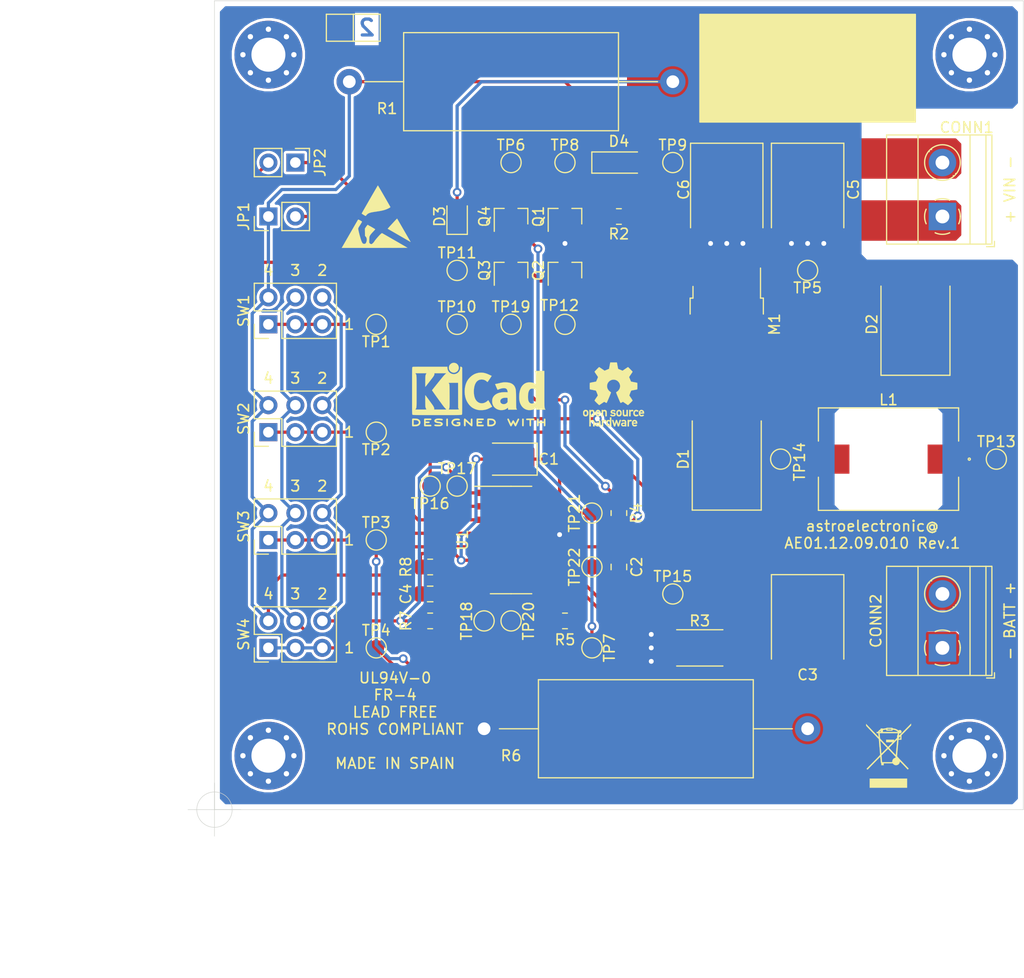
<source format=kicad_pcb>
(kicad_pcb (version 20171130) (host pcbnew 5.1.12-84ad8e8a86~92~ubuntu16.04.1)
  (title_block (title "MAX713 NiCd/NiMH battery fast-charge controller") (date 2021-11-14) (rev 1) (company astroelectronic@))
  (layers (0 F.Cu signal) (31 B.Cu signal) (34 B.Paste user) (35 F.Paste user) (36 B.SilkS user) (37 F.SilkS user) (38 B.Mask user) (39 F.Mask user) (44 Edge.Cuts user))
  (net 0 "")
  (net 1 GND)
  (net 2 /BATT+)
  (net 3 /BATT-)
  (net 4 /REF)
  (net 5 /VIN)
  (net 6 "Net-(D2-Pad1)")
  (net 7 "Net-(M1-Pad1)")
  (net 8 "Net-(JP2-Pad1)")
  (net 9 "Net-(JP1-Pad2)")
  (net 10 "Net-(D1-Pad2)")
  (net 11 "Net-(Q4-Pad2)")
  (net 12 /PGM0)
  (net 13 /PGM1)
  (net 14 /PGM2)
  (net 15 /PGM3)
  (net 16 "Net-(Q3-Pad2)")
  (net 17 /TEMP)
  (net 18 /CC)
  (net 19 /V+)
  (net 20 /DRV)
  (net 21 /LED)
  (net 22 /~FASTCHG)
  (module TestPoint:TestPoint_Pad_D1.5mm (layer F.Cu) (at 173.66 96.98)
    (fp_text reference TP13 (at 0 -1.648) (layer F.SilkS))
    (fp_text value TestPoint hide)
    (pad 1 smd circle (at 0 0) (size 1.5 1.5) (layers F.Cu F.Mask) (net 6 "Net-(D2-Pad1)"))
  )
  (module Resistor_THT:R_Axial_DIN0922_L20.0mm_D9.0mm_P30.48mm_Horizontal (layer F.Cu) (at 143.18 61.42 180)
    (fp_text reference R1 (at 26.924 -2.54) (layer F.SilkS))
    (fp_text value DNP hide)
    (pad 1 thru_hole circle (at 0 0 180) (size 2.4 2.4) (drill 1.2) (layers *.Cu *.Mask) (net 5 /VIN))
    (pad 2 thru_hole oval (at 30.48 0 180) (size 2.4 2.4) (drill 1.2) (layers *.Cu *.Mask) (net 19 /V+))
  )
  (module Symbol:KiCad-Logo2_5mm_SilkScreen (layer F.Cu) (at 124.892 90.884)
    (fp_text reference LOGO4 hide)
    (fp_text value KICAD hide)
  )
  (module Symbol:WEEE-Logo_4.2x6mm_SilkScreen (layer F.Cu) (at 163.5 124.92)
    (fp_text reference LOGO3 hide)
    (fp_text value WEEE hide)
  )
  (module Symbol:OSHW-Logo_5.7x6mm_SilkScreen (layer F.Cu) (at 137.592 90.884)
    (fp_text reference LOGO2 hide)
    (fp_text value Logo_Open_Hardware_Small hide)
  )
  (module Symbol:ESD-Logo_6.6x6mm_SilkScreen (layer F.Cu) (at 115.24 74.12)
    (fp_text reference LOGO1 hide)
    (fp_text value SYM_ESD_Small hide)
  )
  (module MountingHole:MountingHole_3.2mm_M3_Pad_Via (layer F.Cu) (at 171.12 58.88)
    (fp_text reference H4 hide)
    (fp_text value M3 hide)
    (pad 1 thru_hole circle (at 1.697056 -1.697056) (size 0.8 0.8) (drill 0.5) (layers *.Cu *.Mask))
    (pad 1 thru_hole circle (at 0 -2.4) (size 0.8 0.8) (drill 0.5) (layers *.Cu *.Mask))
    (pad 1 thru_hole circle (at -1.697056 -1.697056) (size 0.8 0.8) (drill 0.5) (layers *.Cu *.Mask))
    (pad 1 thru_hole circle (at -2.4 0) (size 0.8 0.8) (drill 0.5) (layers *.Cu *.Mask))
    (pad 1 thru_hole circle (at -1.697056 1.697056) (size 0.8 0.8) (drill 0.5) (layers *.Cu *.Mask))
    (pad 1 thru_hole circle (at 0 2.4) (size 0.8 0.8) (drill 0.5) (layers *.Cu *.Mask))
    (pad 1 thru_hole circle (at 1.697056 1.697056) (size 0.8 0.8) (drill 0.5) (layers *.Cu *.Mask))
    (pad 1 thru_hole circle (at 2.4 0) (size 0.8 0.8) (drill 0.5) (layers *.Cu *.Mask))
    (pad 1 thru_hole circle (at 0 0) (size 6.4 6.4) (drill 3.2) (layers *.Cu *.Mask))
  )
  (module MountingHole:MountingHole_3.2mm_M3_Pad_Via (layer F.Cu) (at 171.12 124.92)
    (fp_text reference H3 hide)
    (fp_text value M3 hide)
    (pad 1 thru_hole circle (at 1.697056 -1.697056) (size 0.8 0.8) (drill 0.5) (layers *.Cu *.Mask))
    (pad 1 thru_hole circle (at 0 -2.4) (size 0.8 0.8) (drill 0.5) (layers *.Cu *.Mask))
    (pad 1 thru_hole circle (at -1.697056 -1.697056) (size 0.8 0.8) (drill 0.5) (layers *.Cu *.Mask))
    (pad 1 thru_hole circle (at -2.4 0) (size 0.8 0.8) (drill 0.5) (layers *.Cu *.Mask))
    (pad 1 thru_hole circle (at -1.697056 1.697056) (size 0.8 0.8) (drill 0.5) (layers *.Cu *.Mask))
    (pad 1 thru_hole circle (at 0 2.4) (size 0.8 0.8) (drill 0.5) (layers *.Cu *.Mask))
    (pad 1 thru_hole circle (at 1.697056 1.697056) (size 0.8 0.8) (drill 0.5) (layers *.Cu *.Mask))
    (pad 1 thru_hole circle (at 2.4 0) (size 0.8 0.8) (drill 0.5) (layers *.Cu *.Mask))
    (pad 1 thru_hole circle (at 0 0) (size 6.4 6.4) (drill 3.2) (layers *.Cu *.Mask))
  )
  (module MountingHole:MountingHole_3.2mm_M3_Pad_Via (layer F.Cu) (at 105.08 124.92)
    (fp_text reference H2 hide)
    (fp_text value M3 hide)
    (pad 1 thru_hole circle (at 1.697056 -1.697056) (size 0.8 0.8) (drill 0.5) (layers *.Cu *.Mask))
    (pad 1 thru_hole circle (at 0 -2.4) (size 0.8 0.8) (drill 0.5) (layers *.Cu *.Mask))
    (pad 1 thru_hole circle (at -1.697056 -1.697056) (size 0.8 0.8) (drill 0.5) (layers *.Cu *.Mask))
    (pad 1 thru_hole circle (at -2.4 0) (size 0.8 0.8) (drill 0.5) (layers *.Cu *.Mask))
    (pad 1 thru_hole circle (at -1.697056 1.697056) (size 0.8 0.8) (drill 0.5) (layers *.Cu *.Mask))
    (pad 1 thru_hole circle (at 0 2.4) (size 0.8 0.8) (drill 0.5) (layers *.Cu *.Mask))
    (pad 1 thru_hole circle (at 1.697056 1.697056) (size 0.8 0.8) (drill 0.5) (layers *.Cu *.Mask))
    (pad 1 thru_hole circle (at 2.4 0) (size 0.8 0.8) (drill 0.5) (layers *.Cu *.Mask))
    (pad 1 thru_hole circle (at 0 0) (size 6.4 6.4) (drill 3.2) (layers *.Cu *.Mask))
  )
  (module MountingHole:MountingHole_3.2mm_M3_Pad_Via (layer F.Cu) (at 105.08 58.88)
    (fp_text reference H1 hide)
    (fp_text value M3 hide)
    (pad 1 thru_hole circle (at 1.697056 -1.697056) (size 0.8 0.8) (drill 0.5) (layers *.Cu *.Mask))
    (pad 1 thru_hole circle (at 0 -2.4) (size 0.8 0.8) (drill 0.5) (layers *.Cu *.Mask))
    (pad 1 thru_hole circle (at -1.697056 -1.697056) (size 0.8 0.8) (drill 0.5) (layers *.Cu *.Mask))
    (pad 1 thru_hole circle (at -2.4 0) (size 0.8 0.8) (drill 0.5) (layers *.Cu *.Mask))
    (pad 1 thru_hole circle (at -1.697056 1.697056) (size 0.8 0.8) (drill 0.5) (layers *.Cu *.Mask))
    (pad 1 thru_hole circle (at 0 2.4) (size 0.8 0.8) (drill 0.5) (layers *.Cu *.Mask))
    (pad 1 thru_hole circle (at 1.697056 1.697056) (size 0.8 0.8) (drill 0.5) (layers *.Cu *.Mask))
    (pad 1 thru_hole circle (at 2.4 0) (size 0.8 0.8) (drill 0.5) (layers *.Cu *.Mask))
    (pad 1 thru_hole circle (at 0 0) (size 6.4 6.4) (drill 3.2) (layers *.Cu *.Mask))
  )
  (module TerminalBlock_Phoenix:TerminalBlock_Phoenix_MKDS-1,5-2-5.08_1x02_P5.08mm_Horizontal (layer F.Cu) (at 168.58 74.12 90)
    (fp_text reference CONN1 (at 8.382 2.286) (layer F.SilkS))
    (fp_text value VIN)
    (pad 1 thru_hole rect (at 0 0 90) (size 2.6 2.6) (drill 1.3) (layers *.Cu *.Mask) (net 1 GND))
    (pad 2 thru_hole circle (at 5.08 0 90) (size 2.6 2.6) (drill 1.3) (layers *.Cu *.Mask) (net 5 /VIN))
  )
  (module TerminalBlock_Phoenix:TerminalBlock_Phoenix_MKDS-1,5-2-5.08_1x02_P5.08mm_Horizontal (layer F.Cu) (at 168.58 114.76 90)
    (fp_text reference CONN2 (at 2.54 -6.26 90) (layer F.SilkS))
    (fp_text value BATT)
    (pad 2 thru_hole circle (at 5.08 0 90) (size 2.6 2.6) (drill 1.3) (layers *.Cu *.Mask) (net 2 /BATT+))
    (pad 1 thru_hole rect (at 0 0 90) (size 2.6 2.6) (drill 1.3) (layers *.Cu *.Mask) (net 3 /BATT-))
  )
  (module Resistor_SMD:R_2512_6332Metric (layer F.Cu) (at 145.72 114.76 180)
    (fp_text reference R3 (at 0 2.54) (layer F.SilkS))
    (fp_text value 0.25R hide)
    (pad 1 smd roundrect (at -2.9625 0 180) (size 1.225 3.35) (layers F.Cu F.Paste F.Mask) (roundrect_rratio 0.2040816326530612) (net 3 /BATT-))
    (pad 2 smd roundrect (at 2.9625 0 180) (size 1.225 3.35) (layers F.Cu F.Paste F.Mask) (roundrect_rratio 0.2040816326530612) (net 1 GND))
  )
  (module Package_SO:SOIC-16_3.9x9.9mm_P1.27mm (layer F.Cu) (at 127.94 104.6)
    (fp_text reference U1 (at -4.572 0 90) (layer F.SilkS))
    (fp_text value MAX713CSE hide)
    (pad 1 smd roundrect (at -2.475 -4.445) (size 1.95 0.6) (layers F.Cu F.Paste F.Mask) (net 4 /REF))
    (pad 2 smd roundrect (at -2.475 -3.175) (size 1.95 0.6) (layers F.Cu F.Paste F.Mask) (net 2 /BATT+))
    (pad 3 smd roundrect (at -2.475 -1.905) (size 1.95 0.6) (layers F.Cu F.Paste F.Mask) (net 12 /PGM0))
    (pad 4 smd roundrect (at -2.475 -0.635) (size 1.95 0.6) (layers F.Cu F.Paste F.Mask) (net 13 /PGM1))
    (pad 5 smd roundrect (at -2.475 0.635) (size 1.95 0.6) (layers F.Cu F.Paste F.Mask) (net 19 /V+))
    (pad 6 smd roundrect (at -2.475 1.905) (size 1.95 0.6) (layers F.Cu F.Paste F.Mask) (net 3 /BATT-))
    (pad 7 smd roundrect (at -2.475 3.175) (size 1.95 0.6) (layers F.Cu F.Paste F.Mask) (net 17 /TEMP))
    (pad 8 smd roundrect (at -2.475 4.445) (size 1.95 0.6) (layers F.Cu F.Paste F.Mask) (net 22 /~FASTCHG))
    (pad 9 smd roundrect (at 2.475 4.445) (size 1.95 0.6) (layers F.Cu F.Paste F.Mask) (net 14 /PGM2))
    (pad 10 smd roundrect (at 2.475 3.175) (size 1.95 0.6) (layers F.Cu F.Paste F.Mask) (net 15 /PGM3))
    (pad 11 smd roundrect (at 2.475 1.905) (size 1.95 0.6) (layers F.Cu F.Paste F.Mask) (net 18 /CC))
    (pad 12 smd roundrect (at 2.475 0.635) (size 1.95 0.6) (layers F.Cu F.Paste F.Mask) (net 3 /BATT-))
    (pad 13 smd roundrect (at 2.475 -0.635) (size 1.95 0.6) (layers F.Cu F.Paste F.Mask) (net 1 GND))
    (pad 14 smd roundrect (at 2.475 -1.905) (size 1.95 0.6) (layers F.Cu F.Paste F.Mask) (net 20 /DRV))
    (pad 15 smd roundrect (at 2.475 -3.175) (size 1.95 0.6) (layers F.Cu F.Paste F.Mask) (net 19 /V+))
    (pad 16 smd roundrect (at 2.475 -4.445) (size 1.95 0.6) (layers F.Cu F.Paste F.Mask) (net 4 /REF))
  )
  (module footprints:DO3340P-223MLB (layer F.Cu) (at 163.5 96.98 180)
    (fp_text reference L1 (at 0 5.588) (layer F.SilkS))
    (fp_text value DO3340 hide)
    (pad 1 smd rect (at -5.296901 0 180) (size 3.2258 2.7432) (layers F.Cu F.Paste F.Mask) (net 6 "Net-(D2-Pad1)"))
    (pad 2 smd rect (at 5.296901 0 180) (size 3.2258 2.7432) (layers F.Cu F.Paste F.Mask) (net 10 "Net-(D1-Pad2)"))
  )
  (module Package_TO_SOT_SMD:TO-252-2 (layer F.Cu) (at 148.26 84.28 270)
    (fp_text reference M1 (at 0 -4.5 90) (layer F.SilkS))
    (fp_text value IRFR9024 hide)
    (pad 1 smd rect (at -4.2 -2.28 270) (size 2.2 1.2) (layers F.Cu F.Paste F.Mask) (net 7 "Net-(M1-Pad1)"))
    (pad 3 smd rect (at -4.2 2.28 270) (size 2.2 1.2) (layers F.Cu F.Paste F.Mask) (net 5 /VIN))
    (pad 2 smd rect (at 2.1 0 270) (size 6.4 5.8) (layers F.Cu F.Mask) (net 6 "Net-(D2-Pad1)"))
  )
  (module Package_TO_SOT_SMD:SOT-23 (layer F.Cu) (at 133.02 74.12 90)
    (fp_text reference Q1 (at 0 -2.5 90) (layer F.SilkS))
    (fp_text value CMPTA06 hide)
    (pad 3 smd rect (at 1 0 90) (size 0.9 0.8) (layers F.Cu F.Paste F.Mask) (net 5 /VIN))
    (pad 2 smd rect (at -1 0.95 90) (size 0.9 0.8) (layers F.Cu F.Paste F.Mask) (net 7 "Net-(M1-Pad1)"))
    (pad 1 smd rect (at -1 -0.95 90) (size 0.9 0.8) (layers F.Cu F.Paste F.Mask) (net 8 "Net-(JP2-Pad1)"))
  )
  (module Package_TO_SOT_SMD:SOT-23 (layer F.Cu) (at 133.02 79.2 90)
    (fp_text reference Q2 (at 0 -2.5 90) (layer F.SilkS))
    (fp_text value MMBT2907ALT1 hide)
    (pad 1 smd rect (at -1 -0.95 90) (size 0.9 0.8) (layers F.Cu F.Paste F.Mask) (net 8 "Net-(JP2-Pad1)"))
    (pad 2 smd rect (at -1 0.95 90) (size 0.9 0.8) (layers F.Cu F.Paste F.Mask) (net 7 "Net-(M1-Pad1)"))
    (pad 3 smd rect (at 1 0 90) (size 0.9 0.8) (layers F.Cu F.Paste F.Mask) (net 1 GND))
  )
  (module Package_TO_SOT_SMD:SOT-23 (layer F.Cu) (at 127.94 79.2 90)
    (fp_text reference Q3 (at 0 -2.5 90) (layer F.SilkS))
    (fp_text value CMPTA06 hide)
    (pad 3 smd rect (at 1 0 90) (size 0.9 0.8) (layers F.Cu F.Paste F.Mask) (net 8 "Net-(JP2-Pad1)"))
    (pad 2 smd rect (at -1 0.95 90) (size 0.9 0.8) (layers F.Cu F.Paste F.Mask) (net 16 "Net-(Q3-Pad2)"))
    (pad 1 smd rect (at -1 -0.95 90) (size 0.9 0.8) (layers F.Cu F.Paste F.Mask) (net 9 "Net-(JP1-Pad2)"))
  )
  (module Package_TO_SOT_SMD:SOT-23 (layer F.Cu) (at 127.94 74.12 90)
    (fp_text reference Q4 (at 0 -2.5 90) (layer F.SilkS))
    (fp_text value CMPTA06 hide)
    (pad 1 smd rect (at -1 -0.95 90) (size 0.9 0.8) (layers F.Cu F.Paste F.Mask) (net 19 /V+))
    (pad 2 smd rect (at -1 0.95 90) (size 0.9 0.8) (layers F.Cu F.Paste F.Mask) (net 11 "Net-(Q4-Pad2)"))
    (pad 3 smd rect (at 1 0 90) (size 0.9 0.8) (layers F.Cu F.Paste F.Mask) (net 21 /LED))
  )
  (module Connector_PinHeader_2.54mm:PinHeader_1x02_P2.54mm_Vertical (layer F.Cu) (at 105.08 74.12 90)
    (fp_text reference JP1 (at 0 -2.33 90) (layer F.SilkS))
    (fp_text value Jumper hide)
    (pad 1 thru_hole rect (at 0 0 90) (size 1.7 1.7) (drill 1) (layers *.Cu *.Mask) (net 19 /V+))
    (pad 2 thru_hole oval (at 0 2.54 90) (size 1.7 1.7) (drill 1) (layers *.Cu *.Mask) (net 9 "Net-(JP1-Pad2)"))
  )
  (module Connector_PinHeader_2.54mm:PinHeader_1x02_P2.54mm_Vertical (layer F.Cu) (at 107.62 69.04 270)
    (fp_text reference JP2 (at 0 -2.33 90) (layer F.SilkS))
    (fp_text value Jumper hide)
    (pad 2 thru_hole oval (at 0 2.54 270) (size 1.7 1.7) (drill 1) (layers *.Cu *.Mask) (net 20 /DRV))
    (pad 1 thru_hole rect (at 0 0 270) (size 1.7 1.7) (drill 1) (layers *.Cu *.Mask) (net 8 "Net-(JP2-Pad1)"))
  )
  (module TestPoint:TestPoint_Pad_D1.5mm (layer F.Cu) (at 115.24 84.28 180)
    (fp_text reference TP1 (at 0 -1.648) (layer F.SilkS))
    (fp_text value TestPoint hide)
    (pad 1 smd circle (at 0 0 180) (size 1.5 1.5) (layers F.Cu F.Mask) (net 12 /PGM0))
  )
  (module TestPoint:TestPoint_Pad_D1.5mm (layer F.Cu) (at 115.24 94.44 180)
    (fp_text reference TP2 (at 0 -1.648) (layer F.SilkS))
    (fp_text value TestPoint hide)
    (pad 1 smd circle (at 0 0 180) (size 1.5 1.5) (layers F.Cu F.Mask) (net 13 /PGM1))
  )
  (module TestPoint:TestPoint_Pad_D1.5mm (layer F.Cu) (at 115.24 104.6)
    (fp_text reference TP3 (at 0 -1.648) (layer F.SilkS))
    (fp_text value TestPoint hide)
    (pad 1 smd circle (at 0 0) (size 1.5 1.5) (layers F.Cu F.Mask) (net 14 /PGM2))
  )
  (module TestPoint:TestPoint_Pad_D1.5mm (layer F.Cu) (at 115.24 114.76)
    (fp_text reference TP4 (at 0 -1.648) (layer F.SilkS))
    (fp_text value TestPoint hide)
    (pad 1 smd circle (at 0 0) (size 1.5 1.5) (layers F.Cu F.Mask) (net 15 /PGM3))
  )
  (module TestPoint:TestPoint_Pad_D1.5mm (layer F.Cu) (at 155.88 79.2 180)
    (fp_text reference TP5 (at 0 -1.648) (layer F.SilkS))
    (fp_text value TestPoint hide)
    (pad 1 smd circle (at 0 0 180) (size 1.5 1.5) (layers F.Cu F.Mask) (net 1 GND))
  )
  (module TestPoint:TestPoint_Pad_D1.5mm (layer F.Cu) (at 127.94 69.04)
    (fp_text reference TP6 (at 0 -1.648) (layer F.SilkS))
    (fp_text value TestPoint hide)
    (pad 1 smd circle (at 0 0) (size 1.5 1.5) (layers F.Cu F.Mask) (net 21 /LED))
  )
  (module TestPoint:TestPoint_Pad_D1.5mm (layer F.Cu) (at 135.56 114.76 270)
    (fp_text reference TP7 (at 0 -1.648 90) (layer F.SilkS))
    (fp_text value TestPoint hide)
    (pad 1 smd circle (at 0 0 270) (size 1.5 1.5) (layers F.Cu F.Mask) (net 11 "Net-(Q4-Pad2)"))
  )
  (module TestPoint:TestPoint_Pad_D1.5mm (layer F.Cu) (at 133.02 69.04)
    (fp_text reference TP8 (at 0 -1.648) (layer F.SilkS))
    (fp_text value TestPoint hide)
    (pad 1 smd circle (at 0 0) (size 1.5 1.5) (layers F.Cu F.Mask) (net 19 /V+))
  )
  (module TestPoint:TestPoint_Pad_D1.5mm (layer F.Cu) (at 143.18 69.04)
    (fp_text reference TP9 (at 0 -1.648) (layer F.SilkS))
    (fp_text value TestPoint hide)
    (pad 1 smd circle (at 0 0) (size 1.5 1.5) (layers F.Cu F.Mask) (net 5 /VIN))
  )
  (module TestPoint:TestPoint_Pad_D1.5mm (layer F.Cu) (at 122.86 84.28)
    (fp_text reference TP10 (at 0 -1.648) (layer F.SilkS))
    (fp_text value TestPoint hide)
    (pad 1 smd circle (at 0 0) (size 1.5 1.5) (layers F.Cu F.Mask) (net 9 "Net-(JP1-Pad2)"))
  )
  (module TestPoint:TestPoint_Pad_D1.5mm (layer F.Cu) (at 122.86 79.2)
    (fp_text reference TP11 (at 0 -1.648) (layer F.SilkS))
    (fp_text value TestPoint hide)
    (pad 1 smd circle (at 0 0) (size 1.5 1.5) (layers F.Cu F.Mask) (net 8 "Net-(JP2-Pad1)"))
  )
  (module TestPoint:TestPoint_Pad_D1.5mm (layer F.Cu) (at 133.02 84.28)
    (fp_text reference TP12 (at -0.508 -1.778) (layer F.SilkS))
    (fp_text value TestPoint hide)
    (pad 1 smd circle (at 0 0) (size 1.5 1.5) (layers F.Cu F.Mask) (net 7 "Net-(M1-Pad1)"))
  )
  (module TestPoint:TestPoint_Pad_D1.5mm (layer F.Cu) (at 153.34 96.98 270)
    (fp_text reference TP14 (at 0.254 -1.778 90) (layer F.SilkS))
    (fp_text value TestPoint hide)
    (pad 1 smd circle (at 0 0 270) (size 1.5 1.5) (layers F.Cu F.Mask) (net 10 "Net-(D1-Pad2)"))
  )
  (module TestPoint:TestPoint_Pad_D1.5mm (layer F.Cu) (at 143.18 109.68)
    (fp_text reference TP15 (at 0 -1.648) (layer F.SilkS))
    (fp_text value TestPoint hide)
    (pad 1 smd circle (at 0 0) (size 1.5 1.5) (layers F.Cu F.Mask) (net 3 /BATT-))
  )
  (module TestPoint:TestPoint_Pad_D1.5mm (layer F.Cu) (at 120.32 99.52 180)
    (fp_text reference TP16 (at 0 -1.648) (layer F.SilkS))
    (fp_text value TestPoint hide)
    (pad 1 smd circle (at 0 0 180) (size 1.5 1.5) (layers F.Cu F.Mask) (net 2 /BATT+))
  )
  (module TestPoint:TestPoint_Pad_D1.5mm (layer F.Cu) (at 122.86 99.52)
    (fp_text reference TP17 (at 0 -1.648) (layer F.SilkS))
    (fp_text value TestPoint hide)
    (pad 1 smd circle (at 0 0) (size 1.5 1.5) (layers F.Cu F.Mask) (net 4 /REF))
  )
  (module TestPoint:TestPoint_Pad_D1.5mm (layer F.Cu) (at 125.4 112.22 90)
    (fp_text reference TP18 (at 0 -1.648 90) (layer F.SilkS))
    (fp_text value TestPoint hide)
    (pad 1 smd circle (at 0 0 90) (size 1.5 1.5) (layers F.Cu F.Mask) (net 17 /TEMP))
  )
  (module TestPoint:TestPoint_Pad_D1.5mm (layer F.Cu) (at 127.94 84.28)
    (fp_text reference TP19 (at 0 -1.648) (layer F.SilkS))
    (fp_text value TestPoint hide)
    (pad 1 smd circle (at 0 0) (size 1.5 1.5) (layers F.Cu F.Mask) (net 16 "Net-(Q3-Pad2)"))
  )
  (module TestPoint:TestPoint_Pad_D1.5mm (layer F.Cu) (at 127.94 112.22 270)
    (fp_text reference TP20 (at 0 -1.648 90) (layer F.SilkS))
    (fp_text value TestPoint hide)
    (pad 1 smd circle (at 0 0 270) (size 1.5 1.5) (layers F.Cu F.Mask) (net 22 /~FASTCHG))
  )
  (module TestPoint:TestPoint_Pad_D1.5mm (layer F.Cu) (at 135.56 102.06 90)
    (fp_text reference TP21 (at 0 -1.648 90) (layer F.SilkS))
    (fp_text value TestPoint hide)
    (pad 1 smd circle (at 0 0 90) (size 1.5 1.5) (layers F.Cu F.Mask) (net 20 /DRV))
  )
  (module TestPoint:TestPoint_Pad_D1.5mm (layer F.Cu) (at 135.56 107.14 90)
    (fp_text reference TP22 (at 0 -1.648 90) (layer F.SilkS))
    (fp_text value TestPoint hide)
    (pad 1 smd circle (at 0 0 90) (size 1.5 1.5) (layers F.Cu F.Mask) (net 18 /CC))
  )
  (module Capacitor_SMD:C_0805_2012Metric (layer F.Cu) (at 138.1 107.14 270)
    (fp_text reference C2 (at 0 -1.68 90) (layer F.SilkS))
    (fp_text value 220pF hide)
    (pad 2 smd roundrect (at 0.95 0 270) (size 1 1.45) (layers F.Cu F.Paste F.Mask) (net 18 /CC))
    (pad 1 smd roundrect (at -0.95 0 270) (size 1 1.45) (layers F.Cu F.Paste F.Mask) (net 3 /BATT-))
  )
  (module Capacitor_SMD:C_0805_2012Metric (layer F.Cu) (at 120.32 109.68 180)
    (fp_text reference C4 (at 2.286 0 90) (layer F.SilkS))
    (fp_text value 100nF hide)
    (pad 1 smd roundrect (at -0.95 0 180) (size 1 1.45) (layers F.Cu F.Paste F.Mask) (net 4 /REF))
    (pad 2 smd roundrect (at 0.95 0 180) (size 1 1.45) (layers F.Cu F.Paste F.Mask) (net 3 /BATT-))
  )
  (module Resistor_SMD:R_0805_2012Metric (layer F.Cu) (at 138.1 74.12 180)
    (fp_text reference R2 (at 0 -1.65) (layer F.SilkS))
    (fp_text value 5.1K hide)
    (pad 2 smd roundrect (at 0.9125 0 180) (size 1.025 1.4) (layers F.Cu F.Paste F.Mask) (roundrect_rratio 0.2439014634146341) (net 8 "Net-(JP2-Pad1)"))
    (pad 1 smd roundrect (at -0.9125 0 180) (size 1.025 1.4) (layers F.Cu F.Paste F.Mask) (roundrect_rratio 0.2439014634146341) (net 5 /VIN))
  )
  (module Resistor_SMD:R_0805_2012Metric (layer F.Cu) (at 138.1 102.06 270)
    (fp_text reference R4 (at 0 -1.65 90) (layer F.SilkS))
    (fp_text value 1.5K hide)
    (pad 1 smd roundrect (at -0.9125 0 270) (size 1.025 1.4) (layers F.Cu F.Paste F.Mask) (roundrect_rratio 0.2439014634146341) (net 16 "Net-(Q3-Pad2)"))
    (pad 2 smd roundrect (at 0.9125 0 270) (size 1.025 1.4) (layers F.Cu F.Paste F.Mask) (roundrect_rratio 0.2439014634146341) (net 20 /DRV))
  )
  (module Resistor_SMD:R_0805_2012Metric (layer F.Cu) (at 133.02 112.22)
    (fp_text reference R5 (at 0 1.778) (layer F.SilkS))
    (fp_text value 470R hide)
    (pad 2 smd roundrect (at 0.9125 0) (size 1.025 1.4) (layers F.Cu F.Paste F.Mask) (roundrect_rratio 0.2439014634146341) (net 11 "Net-(Q4-Pad2)"))
    (pad 1 smd roundrect (at -0.9125 0) (size 1.025 1.4) (layers F.Cu F.Paste F.Mask) (roundrect_rratio 0.2439014634146341) (net 22 /~FASTCHG))
  )
  (module Resistor_SMD:R_0805_2012Metric (layer F.Cu) (at 120.32 112.22)
    (fp_text reference R7 (at -2.286 0 90) (layer F.SilkS))
    (fp_text value 68K hide)
    (pad 1 smd roundrect (at -0.9125 0) (size 1.025 1.4) (layers F.Cu F.Paste F.Mask) (roundrect_rratio 0.2439014634146341) (net 4 /REF))
    (pad 2 smd roundrect (at 0.9125 0) (size 1.025 1.4) (layers F.Cu F.Paste F.Mask) (roundrect_rratio 0.2439014634146341) (net 17 /TEMP))
  )
  (module Resistor_SMD:R_0805_2012Metric (layer F.Cu) (at 120.32 107.14 180)
    (fp_text reference R8 (at 2.286 0 90) (layer F.SilkS))
    (fp_text value 22K hide)
    (pad 1 smd roundrect (at -0.9125 0 180) (size 1.025 1.4) (layers F.Cu F.Paste F.Mask) (roundrect_rratio 0.2439014634146341) (net 17 /TEMP))
    (pad 2 smd roundrect (at 0.9125 0 180) (size 1.025 1.4) (layers F.Cu F.Paste F.Mask) (roundrect_rratio 0.2439014634146341) (net 3 /BATT-))
  )
  (module Connector_PinHeader_2.54mm:PinHeader_2x03_P2.54mm_Vertical (layer F.Cu) (at 105.08 84.28 90)
    (fp_text reference SW1 (at 1.27 -2.33 90) (layer F.SilkS))
    (fp_text value SW1)
    (pad 6 thru_hole oval (at 2.54 5.08 90) (size 1.7 1.7) (drill 1) (layers *.Cu *.Mask) (net 3 /BATT-))
    (pad 5 thru_hole oval (at 0 5.08 90) (size 1.7 1.7) (drill 1) (layers *.Cu *.Mask) (net 12 /PGM0))
    (pad 4 thru_hole oval (at 2.54 2.54 90) (size 1.7 1.7) (drill 1) (layers *.Cu *.Mask) (net 4 /REF))
    (pad 3 thru_hole oval (at 0 2.54 90) (size 1.7 1.7) (drill 1) (layers *.Cu *.Mask) (net 12 /PGM0))
    (pad 2 thru_hole oval (at 2.54 0 90) (size 1.7 1.7) (drill 1) (layers *.Cu *.Mask) (net 19 /V+))
    (pad 1 thru_hole rect (at 0 0 90) (size 1.7 1.7) (drill 1) (layers *.Cu *.Mask) (net 12 /PGM0))
  )
  (module Connector_PinHeader_2.54mm:PinHeader_2x03_P2.54mm_Vertical (layer F.Cu) (at 105.08 94.44 90)
    (fp_text reference SW2 (at 1.27 -2.33 90) (layer F.SilkS))
    (fp_text value SW2)
    (pad 1 thru_hole rect (at 0 0 90) (size 1.7 1.7) (drill 1) (layers *.Cu *.Mask) (net 13 /PGM1))
    (pad 2 thru_hole oval (at 2.54 0 90) (size 1.7 1.7) (drill 1) (layers *.Cu *.Mask) (net 19 /V+))
    (pad 3 thru_hole oval (at 0 2.54 90) (size 1.7 1.7) (drill 1) (layers *.Cu *.Mask) (net 13 /PGM1))
    (pad 4 thru_hole oval (at 2.54 2.54 90) (size 1.7 1.7) (drill 1) (layers *.Cu *.Mask) (net 4 /REF))
    (pad 5 thru_hole oval (at 0 5.08 90) (size 1.7 1.7) (drill 1) (layers *.Cu *.Mask) (net 13 /PGM1))
    (pad 6 thru_hole oval (at 2.54 5.08 90) (size 1.7 1.7) (drill 1) (layers *.Cu *.Mask) (net 3 /BATT-))
  )
  (module Connector_PinHeader_2.54mm:PinHeader_2x03_P2.54mm_Vertical (layer F.Cu) (at 105.08 104.6 90)
    (fp_text reference SW3 (at 1.27 -2.33 90) (layer F.SilkS))
    (fp_text value SW3)
    (pad 6 thru_hole oval (at 2.54 5.08 90) (size 1.7 1.7) (drill 1) (layers *.Cu *.Mask) (net 3 /BATT-))
    (pad 5 thru_hole oval (at 0 5.08 90) (size 1.7 1.7) (drill 1) (layers *.Cu *.Mask) (net 14 /PGM2))
    (pad 4 thru_hole oval (at 2.54 2.54 90) (size 1.7 1.7) (drill 1) (layers *.Cu *.Mask) (net 4 /REF))
    (pad 3 thru_hole oval (at 0 2.54 90) (size 1.7 1.7) (drill 1) (layers *.Cu *.Mask) (net 14 /PGM2))
    (pad 2 thru_hole oval (at 2.54 0 90) (size 1.7 1.7) (drill 1) (layers *.Cu *.Mask) (net 19 /V+))
    (pad 1 thru_hole rect (at 0 0 90) (size 1.7 1.7) (drill 1) (layers *.Cu *.Mask) (net 14 /PGM2))
  )
  (module Connector_PinHeader_2.54mm:PinHeader_2x03_P2.54mm_Vertical (layer F.Cu) (at 105.08 114.76 90)
    (fp_text reference SW4 (at 1.27 -2.33 90) (layer F.SilkS))
    (fp_text value SW4)
    (pad 1 thru_hole rect (at 0 0 90) (size 1.7 1.7) (drill 1) (layers *.Cu *.Mask) (net 15 /PGM3))
    (pad 2 thru_hole oval (at 2.54 0 90) (size 1.7 1.7) (drill 1) (layers *.Cu *.Mask) (net 19 /V+))
    (pad 3 thru_hole oval (at 0 2.54 90) (size 1.7 1.7) (drill 1) (layers *.Cu *.Mask) (net 15 /PGM3))
    (pad 4 thru_hole oval (at 2.54 2.54 90) (size 1.7 1.7) (drill 1) (layers *.Cu *.Mask) (net 4 /REF))
    (pad 5 thru_hole oval (at 0 5.08 90) (size 1.7 1.7) (drill 1) (layers *.Cu *.Mask) (net 15 /PGM3))
    (pad 6 thru_hole oval (at 2.54 5.08 90) (size 1.7 1.7) (drill 1) (layers *.Cu *.Mask) (net 3 /BATT-))
  )
  (module Fiducial:Fiducial_1mm_Mask2mm (layer F.Cu) (at 110.16 127.46)
    (fp_text reference FID1 hide)
    (fp_text value Fiducial hide)
    (pad "" smd circle (at 0 0) (size 1 1) (layers F.Cu F.Mask) (clearance 0.5))
  )
  (module Fiducial:Fiducial_1mm_Mask2mm (layer F.Cu) (at 102.54 63.96)
    (fp_text reference FID2 hide)
    (fp_text value Fiducial hide)
    (pad "" smd circle (at 0 0) (size 1 1) (layers F.Cu F.Mask) (clearance 0.5))
  )
  (module Fiducial:Fiducial_1mm_Mask2mm (layer F.Cu) (at 167.564 121.11)
    (fp_text reference FID3 hide)
    (fp_text value Fiducial hide)
    (pad "" smd circle (at 0 0) (size 1 1) (layers F.Cu F.Mask) (clearance 0.5))
  )
  (module Diode_SMD:D_SMC (layer F.Cu) (at 148.26 96.98 90)
    (fp_text reference D1 (at 0 -4.1 90) (layer F.SilkS))
    (fp_text value MBRS340T3 hide)
    (pad 2 smd rect (at 3.4 0 180) (size 3.3 2.5) (layers F.Cu F.Paste F.Mask) (net 10 "Net-(D1-Pad2)"))
    (pad 1 smd rect (at -3.4 0 180) (size 3.3 2.5) (layers F.Cu F.Paste F.Mask) (net 2 /BATT+))
  )
  (module Diode_SMD:D_SMC (layer F.Cu) (at 166.04 84.28 90)
    (fp_text reference D2 (at 0 -4.1 90) (layer F.SilkS))
    (fp_text value MBRS340T3 hide)
    (pad 1 smd rect (at -3.4 0 180) (size 3.3 2.5) (layers F.Cu F.Paste F.Mask) (net 6 "Net-(D2-Pad1)"))
    (pad 2 smd rect (at 3.4 0 180) (size 3.3 2.5) (layers F.Cu F.Paste F.Mask) (net 1 GND))
  )
  (module Diode_SMD:D_MiniMELF (layer F.Cu) (at 138.1 69.04)
    (fp_text reference D4 (at 0 -2) (layer F.SilkS))
    (fp_text value CCLHM080 hide)
    (pad 1 smd rect (at -1.75 0) (size 1.3 1.7) (layers F.Cu F.Paste F.Mask) (net 19 /V+))
    (pad 2 smd rect (at 1.75 0) (size 1.3 1.7) (layers F.Cu F.Paste F.Mask) (net 5 /VIN))
  )
  (module LED_SMD:LED_0805_2012Metric (layer F.Cu) (at 122.86 74.12 90)
    (fp_text reference D3 (at 0 -1.65 90) (layer F.SilkS))
    (fp_text value LED_ALT hide)
    (pad 1 smd roundrect (at -0.9375 0 90) (size 0.975 1.4) (layers F.Cu F.Paste F.Mask) (net 21 /LED))
    (pad 2 smd roundrect (at 0.9375 0 90) (size 0.975 1.4) (layers F.Cu F.Paste F.Mask) (net 5 /VIN))
  )
  (module Capacitor_Tantalum_SMD:CP_EIA-3528-21_Kemet-B (layer F.Cu) (at 127.94 96.98 180)
    (fp_text reference C1 (at -3.556 0) (layer F.SilkS))
    (fp_text value 1uF/10V hide)
    (pad 1 smd roundrect (at -1.5375 0 180) (size 1.325 2.35) (layers F.Cu F.Paste F.Mask) (roundrect_rratio 0.1886784905660377) (net 19 /V+))
    (pad 2 smd roundrect (at 1.5375 0 180) (size 1.325 2.35) (layers F.Cu F.Paste F.Mask) (roundrect_rratio 0.1886784905660377) (net 3 /BATT-))
  )
  (module Capacitor_Tantalum_SMD:CP_EIA-7260-38_AVX-R (layer F.Cu) (at 155.88 112.22 270)
    (fp_text reference C3 (at 5.08 0 180) (layer F.SilkS))
    (fp_text value 10uF/50V hide)
    (pad 1 smd roundrect (at -2.85 0 270) (size 2.5 6.3) (layers F.Cu F.Paste F.Mask) (roundrect_rratio 0.1) (net 2 /BATT+))
    (pad 2 smd roundrect (at 2.85 0 270) (size 2.5 6.3) (layers F.Cu F.Paste F.Mask) (roundrect_rratio 0.1) (net 3 /BATT-))
  )
  (module Capacitor_Tantalum_SMD:CP_EIA-7260-38_AVX-R (layer F.Cu) (at 155.88 71.58 270)
    (fp_text reference C5 (at 0 -4.318 270) (layer F.SilkS))
    (fp_text value 10uF/50V hide)
    (pad 1 smd roundrect (at -2.85 0 270) (size 2.5 6.3) (layers F.Cu F.Paste F.Mask) (roundrect_rratio 0.1) (net 5 /VIN))
    (pad 2 smd roundrect (at 2.85 0 270) (size 2.5 6.3) (layers F.Cu F.Paste F.Mask) (roundrect_rratio 0.1) (net 1 GND))
  )
  (module Capacitor_Tantalum_SMD:CP_EIA-7260-38_AVX-R (layer F.Cu) (at 148.26 71.58 270)
    (fp_text reference C6 (at 0 4.064 90) (layer F.SilkS))
    (fp_text value 10uF/50V hide)
    (pad 2 smd roundrect (at 2.85 0 270) (size 2.5 6.3) (layers F.Cu F.Paste F.Mask) (roundrect_rratio 0.1) (net 1 GND))
    (pad 1 smd roundrect (at -2.85 0 270) (size 2.5 6.3) (layers F.Cu F.Paste F.Mask) (roundrect_rratio 0.1) (net 5 /VIN))
  )
  (module Resistor_THT:R_Axial_DIN0922_L20.0mm_D9.0mm_P30.48mm_Horizontal (layer F.Cu) (at 155.88 122.38 180)
    (fp_text reference R6 (at 27.94 -2.54) (layer F.SilkS))
    (fp_text value DNP hide)
    (pad 2 thru_hole oval (at 30.48 0 180) (size 2.4 2.4) (drill 1.2) (layers *.Cu *.Mask) (net 1 GND))
    (pad 1 thru_hole circle (at 0 0 180) (size 2.4 2.4) (drill 1.2) (layers *.Cu *.Mask) (net 3 /BATT-))
  )
  (gr_text 4 (at 105.08 79.2) (layer F.SilkS) (effects (font (size 1 1))))
  (gr_text 3 (at 107.62 79.2) (layer F.SilkS) (effects (font (size 1 1))))
  (gr_text 1 (at 112.7 84.28) (layer F.SilkS) (effects (font (size 1 1))))
  (gr_text 2 (at 110.16 79.2) (layer F.SilkS) (effects (font (size 1 1))))
  (gr_text 4 (at 105.08 89.36) (layer F.SilkS) (effects (font (size 1 1))))
  (gr_text 3 (at 107.62 89.36) (layer F.SilkS) (effects (font (size 1 1))))
  (gr_text 1 (at 112.7 94.44) (layer F.SilkS) (effects (font (size 1 1))))
  (gr_text 2 (at 110.16 89.36) (layer F.SilkS) (effects (font (size 1 1))))
  (gr_text 4 (at 105.08 109.68) (layer F.SilkS) (effects (font (size 1 1))))
  (gr_text 3 (at 107.62 109.68) (layer F.SilkS) (effects (font (size 1 1))))
  (gr_text 1 (at 112.7 114.76) (layer F.SilkS) (effects (font (size 1 1))))
  (gr_text 2 (at 110.16 109.68) (layer F.SilkS) (effects (font (size 1 1))))
  (gr_text 1 (at 112.7 104.6) (layer F.SilkS) (effects (font (size 1 1))))
  (gr_text 4 (at 105.08 99.52) (layer F.SilkS) (effects (font (size 1 1))))
  (gr_text 3 (at 107.62 99.52) (layer F.SilkS) (effects (font (size 1 1))))
  (gr_text 2 (at 110.16 99.52) (layer F.SilkS) (effects (font (size 1 1))))
  (gr_text "UL94V-0\nFR-4\nLEAD FREE\nROHS COMPLIANT\n\nMADE IN SPAIN" (at 117.018 121.618) (layer F.SilkS) (effects (font (size 1 1))))
  (gr_text "astroelectronic@\nAE01.12.09.010 Rev.1" (at 161.976 104.092) (layer F.SilkS) (effects (font (size 1 1))))
  (gr_poly (pts (xy 166.04 65.23) (xy 145.72 65.23) (xy 145.72 55.07) (xy 166.04 55.07)) (layer F.SilkS) (width 0.1))
  (gr_line (start 115.621 55.07) (end 113.081 55.07) (layer F.SilkS) (width 0.12))
  (gr_line (start 115.621 57.61) (end 115.621 55.07) (layer F.SilkS) (width 0.12))
  (gr_line (start 113.081 57.61) (end 115.621 57.61) (layer F.SilkS) (width 0.12))
  (gr_line (start 113.081 57.61) (end 110.541 57.61) (layer F.SilkS) (width 0.12))
  (gr_line (start 113.081 55.07) (end 113.081 57.61) (layer F.SilkS) (width 0.12))
  (gr_line (start 110.541 55.07) (end 113.081 55.07) (layer F.SilkS) (width 0.12))
  (gr_line (start 110.541 57.61) (end 110.541 55.07) (layer F.SilkS) (width 0.12))
  (gr_text 2 (at 114.351 56.34) (layer B.Cu) (effects (font (size 1.5 1.5) (thickness 0.3)) (justify mirror)))
  (gr_text 1 (at 111.811 56.34) (layer F.Cu) (effects (font (size 1.5 1.5) (thickness 0.3))))
  (gr_text "- BATT +" (at 174.93 112.22 90) (layer F.SilkS) (effects (font (size 1 1))))
  (gr_text "+ VIN -" (at 174.93 71.58 90) (layer F.SilkS) (effects (font (size 1 1))))
  (target plus (at 100 130) (size 5) (width 0.05) (layer Edge.Cuts))
  (gr_line (start 100 53.8) (end 100 130) (layer Edge.Cuts) (width 0.05))
  (gr_line (start 176.2 53.8) (end 100 53.8) (layer Edge.Cuts) (width 0.05))
  (gr_line (start 176.2 130) (end 176.2 53.8) (layer Edge.Cuts) (width 0.05))
  (gr_line (start 100 130) (end 176.2 130) (layer Edge.Cuts) (width 0.05))
  (via (at 133.02 76.66) (size 0.8128) (drill 0.4572) (layers F.Cu B.Cu) (net 1))
  (segment (start 133.02 78.2) (end 133.02 76.66) (width 0.3048) (layer F.Cu) (net 1))
  (via (at 132.512 104.092) (size 0.8128) (drill 0.4572) (layers F.Cu B.Cu) (net 1))
  (segment (start 132.385 103.965) (end 132.512 104.092) (width 0.3048) (layer F.Cu) (net 1))
  (segment (start 130.415 103.965) (end 132.385 103.965) (width 0.3048) (layer F.Cu) (net 1))
  (via (at 141.148 114.76) (size 0.8128) (drill 0.4572) (layers F.Cu B.Cu) (net 1))
  (via (at 155.88 76.66) (size 0.8128) (drill 0.4572) (layers F.Cu B.Cu) (net 1))
  (via (at 154.356 76.66) (size 0.8128) (drill 0.4572) (layers F.Cu B.Cu) (net 1))
  (via (at 157.404 76.66) (size 0.8128) (drill 0.4572) (layers F.Cu B.Cu) (net 1))
  (via (at 148.26 76.66) (size 0.8128) (drill 0.4572) (layers F.Cu B.Cu) (net 1))
  (via (at 149.784 76.66) (size 0.8128) (drill 0.4572) (layers F.Cu B.Cu) (net 1))
  (via (at 146.736 76.66) (size 0.8128) (drill 0.4572) (layers F.Cu B.Cu) (net 1))
  (via (at 141.148 113.49) (size 0.8128) (drill 0.4572) (layers F.Cu B.Cu) (net 1))
  (via (at 141.148 116.03) (size 0.8128) (drill 0.4572) (layers F.Cu B.Cu) (net 1))
  (segment (start 155.57 109.68) (end 155.88 109.37) (width 0.25) (layer F.Cu) (net 2))
  (segment (start 125.465 101.425) (end 120.701 101.425) (width 0.3048) (layer F.Cu) (net 2))
  (segment (start 120.32 101.044) (end 120.32 99.52) (width 0.3048) (layer F.Cu) (net 2))
  (segment (start 120.701 101.425) (end 120.32 101.044) (width 0.3048) (layer F.Cu) (net 2))
  (segment (start 141.246 100.38) (end 148.26 100.38) (width 0.3048) (layer F.Cu) (net 2))
  (segment (start 120.32 99.52) (end 120.32 97.234) (width 0.3048) (layer F.Cu) (net 2))
  (segment (start 120.32 97.234) (end 123.114 94.44) (width 0.3048) (layer F.Cu) (net 2))
  (segment (start 123.114 94.44) (end 135.306 94.44) (width 0.3048) (layer F.Cu) (net 2))
  (segment (start 135.306 94.44) (end 141.246 100.38) (width 0.3048) (layer F.Cu) (net 2))
  (segment (start 119.37 107.1775) (end 119.4075 107.14) (width 0.3048) (layer F.Cu) (net 3))
  (segment (start 119.37 109.68) (end 119.37 107.1775) (width 0.3048) (layer F.Cu) (net 3))
  (segment (start 123.241 106.505) (end 122.606 105.87) (width 0.3048) (layer F.Cu) (net 3))
  (segment (start 122.606 105.87) (end 119.558 105.87) (width 0.3048) (layer F.Cu) (net 3))
  (segment (start 119.4075 106.0205) (end 119.4075 107.14) (width 0.3048) (layer F.Cu) (net 3))
  (segment (start 119.558 105.87) (end 119.4075 106.0205) (width 0.3048) (layer F.Cu) (net 3))
  (segment (start 125.465 106.505) (end 127.305 106.505) (width 0.3048) (layer F.Cu) (net 3))
  (segment (start 128.575 105.235) (end 130.415 105.235) (width 0.3048) (layer F.Cu) (net 3))
  (segment (start 127.305 106.505) (end 128.575 105.235) (width 0.3048) (layer F.Cu) (net 3))
  (segment (start 137.145 105.235) (end 138.1 106.19) (width 0.3048) (layer F.Cu) (net 3))
  (segment (start 130.415 105.235) (end 137.145 105.235) (width 0.3048) (layer F.Cu) (net 3))
  (via (at 123.241 106.505) (size 0.8128) (drill 0.4572) (layers F.Cu B.Cu) (net 3))
  (segment (start 125.465 106.505) (end 123.241 106.505) (width 0.3048) (layer F.Cu) (net 3))
  (via (at 124.638 96.98) (size 0.8128) (drill 0.4572) (layers F.Cu B.Cu) (net 3))
  (segment (start 124.638 96.98) (end 126.4025 96.98) (width 0.3048) (layer F.Cu) (net 3))
  (segment (start 138.1 106.19) (end 141.976 106.19) (width 0.3048) (layer F.Cu) (net 3))
  (segment (start 143.18 107.394) (end 143.18 109.68) (width 0.3048) (layer F.Cu) (net 3))
  (segment (start 141.976 106.19) (end 143.18 107.394) (width 0.3048) (layer F.Cu) (net 3))
  (segment (start 143.18 109.68) (end 143.18 110.95) (width 0.3048) (layer F.Cu) (net 3))
  (segment (start 146.99 114.76) (end 148.6825 114.76) (width 0.3048) (layer F.Cu) (net 3))
  (segment (start 143.18 110.95) (end 146.99 114.76) (width 0.3048) (layer F.Cu) (net 3))
  (segment (start 111.684 112.22) (end 110.16 112.22) (width 0.3048) (layer F.Cu) (net 3))
  (segment (start 114.224 109.68) (end 111.684 112.22) (width 0.3048) (layer F.Cu) (net 3))
  (segment (start 119.37 109.68) (end 114.224 109.68) (width 0.3048) (layer F.Cu) (net 3))
  (segment (start 124.638 102.822) (end 124.638 96.98) (width 0.3048) (layer B.Cu) (net 3))
  (segment (start 123.241 104.219) (end 124.638 102.822) (width 0.3048) (layer B.Cu) (net 3))
  (segment (start 123.241 106.505) (end 123.241 104.219) (width 0.3048) (layer B.Cu) (net 3))
  (segment (start 111.938 83.518) (end 110.16 81.74) (width 0.3048) (layer B.Cu) (net 3))
  (segment (start 111.938 90.122) (end 111.938 83.518) (width 0.3048) (layer B.Cu) (net 3))
  (segment (start 110.16 91.9) (end 111.938 90.122) (width 0.3048) (layer B.Cu) (net 3))
  (segment (start 110.16 91.9) (end 111.938 93.678) (width 0.3048) (layer B.Cu) (net 3))
  (segment (start 111.938 100.282) (end 110.16 102.06) (width 0.3048) (layer B.Cu) (net 3))
  (segment (start 111.938 93.678) (end 111.938 100.282) (width 0.3048) (layer B.Cu) (net 3))
  (segment (start 110.16 112.22) (end 111.938 110.442) (width 0.3048) (layer B.Cu) (net 3))
  (segment (start 111.938 103.838) (end 110.16 102.06) (width 0.3048) (layer B.Cu) (net 3))
  (segment (start 111.938 110.442) (end 111.938 103.838) (width 0.3048) (layer B.Cu) (net 3))
  (segment (start 107.62 81.74) (end 106.35 83.01) (width 0.3048) (layer B.Cu) (net 4))
  (segment (start 106.35 90.63) (end 107.62 91.9) (width 0.3048) (layer B.Cu) (net 4))
  (segment (start 106.35 83.01) (end 106.35 90.63) (width 0.3048) (layer B.Cu) (net 4))
  (segment (start 107.62 91.9) (end 106.35 93.17) (width 0.3048) (layer B.Cu) (net 4))
  (segment (start 106.35 100.79) (end 107.62 102.06) (width 0.3048) (layer B.Cu) (net 4))
  (segment (start 106.35 93.17) (end 106.35 100.79) (width 0.3048) (layer B.Cu) (net 4))
  (segment (start 107.62 102.06) (end 106.35 103.33) (width 0.3048) (layer B.Cu) (net 4))
  (segment (start 106.35 110.95) (end 107.62 112.22) (width 0.3048) (layer B.Cu) (net 4))
  (segment (start 106.35 103.33) (end 106.35 110.95) (width 0.3048) (layer B.Cu) (net 4))
  (segment (start 130.415 100.155) (end 125.465 100.155) (width 0.3048) (layer F.Cu) (net 4))
  (segment (start 119.4075 111.5425) (end 121.27 109.68) (width 0.3048) (layer F.Cu) (net 4))
  (segment (start 119.4075 112.22) (end 119.4075 111.5425) (width 0.3048) (layer F.Cu) (net 4))
  (segment (start 123.495 100.155) (end 122.86 99.52) (width 0.3048) (layer F.Cu) (net 4))
  (segment (start 125.465 100.155) (end 123.495 100.155) (width 0.3048) (layer F.Cu) (net 4))
  (via (at 117.526 112.22) (size 0.8128) (drill 0.4572) (layers F.Cu B.Cu) (net 4))
  (segment (start 117.526 112.22) (end 119.4075 112.22) (width 0.3048) (layer F.Cu) (net 4))
  (via (at 121.844 97.742) (size 0.8128) (drill 0.4572) (layers F.Cu B.Cu) (net 4))
  (segment (start 122.86 98.758) (end 121.844 97.742) (width 0.3048) (layer F.Cu) (net 4))
  (segment (start 122.86 99.52) (end 122.86 98.758) (width 0.3048) (layer F.Cu) (net 4))
  (segment (start 119.304 98.758) (end 120.32 97.742) (width 0.3048) (layer B.Cu) (net 4))
  (segment (start 119.304 110.442) (end 119.304 98.758) (width 0.3048) (layer B.Cu) (net 4))
  (segment (start 120.32 97.742) (end 121.844 97.742) (width 0.3048) (layer B.Cu) (net 4))
  (segment (start 117.526 112.22) (end 119.304 110.442) (width 0.3048) (layer B.Cu) (net 4))
  (segment (start 114.478 112.22) (end 117.526 112.22) (width 0.3048) (layer F.Cu) (net 4))
  (segment (start 108.89 113.49) (end 113.208 113.49) (width 0.3048) (layer F.Cu) (net 4))
  (segment (start 113.208 113.49) (end 114.478 112.22) (width 0.3048) (layer F.Cu) (net 4))
  (segment (start 107.62 112.22) (end 108.89 113.49) (width 0.3048) (layer F.Cu) (net 4))
  (segment (start 133.02 73.12) (end 133.02 71.834) (width 0.3048) (layer F.Cu) (net 5))
  (segment (start 133.02 71.834) (end 133.528 71.326) (width 0.3048) (layer F.Cu) (net 5))
  (segment (start 133.528 71.326) (end 139.37 71.326) (width 0.3048) (layer F.Cu) (net 5))
  (segment (start 139.37 71.326) (end 140.132 72.088) (width 0.3048) (layer F.Cu) (net 5))
  (segment (start 140.132 72.088) (end 140.132 74.12) (width 0.3048) (layer F.Cu) (net 5))
  (segment (start 140.132 74.12) (end 139.0125 74.12) (width 0.3048) (layer F.Cu) (net 5))
  (segment (start 122.86 73.1825) (end 122.86 71.834) (width 0.3048) (layer F.Cu) (net 5))
  (via (at 122.86 71.834) (size 0.8128) (drill 0.4572) (layers F.Cu B.Cu) (net 5))
  (segment (start 125.146 61.42) (end 122.86 63.706) (width 0.3048) (layer B.Cu) (net 5))
  (segment (start 122.86 63.706) (end 122.86 71.834) (width 0.3048) (layer B.Cu) (net 5))
  (segment (start 143.18 61.42) (end 125.146 61.42) (width 0.3048) (layer B.Cu) (net 5))
  (segment (start 133.97 80.2) (end 133.97 75.12) (width 0.3048) (layer F.Cu) (net 7))
  (segment (start 133.97 80.404) (end 133.97 80.2) (width 0.3048) (layer F.Cu) (net 7))
  (segment (start 133.02 82.756) (end 133.02 84.28) (width 0.3048) (layer F.Cu) (net 7))
  (segment (start 133.97 81.806) (end 133.02 82.756) (width 0.3048) (layer F.Cu) (net 7))
  (segment (start 133.97 80.2) (end 133.97 81.806) (width 0.3048) (layer F.Cu) (net 7))
  (segment (start 135.052 84.28) (end 133.02 84.28) (width 0.3048) (layer F.Cu) (net 7))
  (segment (start 150.54 80.08) (end 149.412 80.08) (width 0.3048) (layer F.Cu) (net 7))
  (segment (start 149.412 80.08) (end 147.244 82.248) (width 0.3048) (layer F.Cu) (net 7))
  (segment (start 137.084 82.248) (end 135.052 84.28) (width 0.3048) (layer F.Cu) (net 7))
  (segment (start 147.244 82.248) (end 137.084 82.248) (width 0.3048) (layer F.Cu) (net 7))
  (segment (start 123.86 78.2) (end 122.86 79.2) (width 0.3048) (layer F.Cu) (net 8))
  (segment (start 127.94 78.2) (end 123.86 78.2) (width 0.3048) (layer F.Cu) (net 8))
  (segment (start 132.512 74.12) (end 132.07 74.562) (width 0.3048) (layer F.Cu) (net 8))
  (segment (start 132.07 74.562) (end 132.07 75.12) (width 0.3048) (layer F.Cu) (net 8))
  (segment (start 132.07 80.2) (end 132.07 75.12) (width 0.3048) (layer F.Cu) (net 8))
  (segment (start 128.718 78.2) (end 130.718 80.2) (width 0.3048) (layer F.Cu) (net 8))
  (segment (start 130.718 80.2) (end 132.07 80.2) (width 0.3048) (layer F.Cu) (net 8))
  (segment (start 127.94 78.2) (end 128.718 78.2) (width 0.3048) (layer F.Cu) (net 8))
  (segment (start 107.62 69.04) (end 110.414 69.04) (width 0.3048) (layer F.Cu) (net 8))
  (segment (start 120.574 79.2) (end 122.86 79.2) (width 0.3048) (layer F.Cu) (net 8))
  (segment (start 110.414 69.04) (end 120.574 79.2) (width 0.3048) (layer F.Cu) (net 8))
  (segment (start 132.512 74.12) (end 137.1875 74.12) (width 0.3048) (layer F.Cu) (net 8))
  (segment (start 122.352 84.28) (end 122.86 84.28) (width 0.3048) (layer F.Cu) (net 9))
  (segment (start 107.62 74.12) (end 112.192 74.12) (width 0.3048) (layer F.Cu) (net 9))
  (segment (start 122.86 84.28) (end 124.262 84.28) (width 0.3048) (layer F.Cu) (net 9))
  (segment (start 122.352 84.28) (end 112.192 74.12) (width 0.3048) (layer F.Cu) (net 9))
  (segment (start 124.45 84.28) (end 122.352 84.28) (width 0.3048) (layer F.Cu) (net 9))
  (segment (start 126.99 81.74) (end 124.45 84.28) (width 0.3048) (layer F.Cu) (net 9))
  (segment (start 126.99 80.2) (end 126.99 81.74) (width 0.3048) (layer F.Cu) (net 9))
  (segment (start 128.89 75.12) (end 128.89 75.578) (width 0.3048) (layer F.Cu) (net 11))
  (segment (start 128.89 75.578) (end 130.48 77.168) (width 0.3048) (layer F.Cu) (net 11))
  (via (at 130.48 77.168) (size 0.8128) (drill 0.4572) (layers F.Cu B.Cu) (net 11))
  (via (at 135.56 112.728) (size 0.8128) (drill 0.4572) (layers F.Cu B.Cu) (net 11))
  (segment (start 135.56 114.76) (end 135.56 112.728) (width 0.3048) (layer F.Cu) (net 11))
  (segment (start 135.56 112.728) (end 135.56 102.568) (width 0.3048) (layer B.Cu) (net 11))
  (segment (start 130.48 97.488) (end 130.48 77.168) (width 0.3048) (layer B.Cu) (net 11))
  (segment (start 135.56 102.568) (end 130.48 97.488) (width 0.3048) (layer B.Cu) (net 11))
  (segment (start 134.29 114.76) (end 135.56 114.76) (width 0.3048) (layer F.Cu) (net 11))
  (segment (start 133.9325 114.4025) (end 134.29 114.76) (width 0.3048) (layer F.Cu) (net 11))
  (segment (start 133.9325 112.22) (end 133.9325 114.4025) (width 0.3048) (layer F.Cu) (net 11))
  (segment (start 105.08 84.28) (end 115.24 84.28) (width 0.3048) (layer F.Cu) (net 12))
  (segment (start 117.526 86.566) (end 115.24 84.28) (width 0.3048) (layer F.Cu) (net 12))
  (segment (start 119.177 102.695) (end 117.526 101.044) (width 0.3048) (layer F.Cu) (net 12))
  (segment (start 117.526 101.044) (end 117.526 86.566) (width 0.3048) (layer F.Cu) (net 12))
  (segment (start 125.465 102.695) (end 119.177 102.695) (width 0.3048) (layer F.Cu) (net 12))
  (segment (start 115.24 95.50066) (end 115.24 94.44) (width 0.3048) (layer F.Cu) (net 13))
  (segment (start 125.465 103.965) (end 118.82288 103.965) (width 0.3048) (layer F.Cu) (net 13))
  (segment (start 118.82288 103.965) (end 116.51 101.65212) (width 0.3048) (layer F.Cu) (net 13))
  (segment (start 116.51 101.65212) (end 116.51 96.77066) (width 0.3048) (layer F.Cu) (net 13))
  (segment (start 116.51 96.77066) (end 115.24 95.50066) (width 0.3048) (layer F.Cu) (net 13))
  (segment (start 115.24 94.44) (end 110.16 94.44) (width 0.3048) (layer F.Cu) (net 13))
  (segment (start 110.16 94.44) (end 107.62 94.44) (width 0.3048) (layer F.Cu) (net 13))
  (segment (start 107.62 94.44) (end 105.08 94.44) (width 0.3048) (layer F.Cu) (net 13))
  (segment (start 115.24 104.6) (end 110.16 104.6) (width 0.3048) (layer F.Cu) (net 14))
  (segment (start 110.16 104.6) (end 107.62 104.6) (width 0.3048) (layer F.Cu) (net 14))
  (segment (start 107.62 104.6) (end 105.08 104.6) (width 0.3048) (layer F.Cu) (net 14))
  (via (at 115.24 106.632) (size 0.8128) (drill 0.4572) (layers F.Cu B.Cu) (net 14))
  (segment (start 115.24 104.6) (end 115.24 106.632) (width 0.3048) (layer F.Cu) (net 14))
  (segment (start 137.084 111.966) (end 134.163 109.045) (width 0.3048) (layer F.Cu) (net 14))
  (segment (start 119.812 116.284) (end 136.322 116.284) (width 0.3048) (layer F.Cu) (net 14))
  (segment (start 136.322 116.284) (end 137.084 115.522) (width 0.3048) (layer F.Cu) (net 14))
  (segment (start 134.163 109.045) (end 130.415 109.045) (width 0.3048) (layer F.Cu) (net 14))
  (segment (start 137.084 115.522) (end 137.084 111.966) (width 0.3048) (layer F.Cu) (net 14))
  (via (at 117.78 115.776) (size 0.8128) (drill 0.4572) (layers F.Cu B.Cu) (net 14))
  (segment (start 118.288 116.284) (end 117.78 115.776) (width 0.3048) (layer F.Cu) (net 14))
  (segment (start 119.812 116.284) (end 118.288 116.284) (width 0.3048) (layer F.Cu) (net 14))
  (segment (start 115.24 114.506) (end 115.24 106.632) (width 0.3048) (layer B.Cu) (net 14))
  (segment (start 116.51 115.776) (end 115.24 114.506) (width 0.3048) (layer B.Cu) (net 14))
  (segment (start 117.78 115.776) (end 116.51 115.776) (width 0.3048) (layer B.Cu) (net 14))
  (segment (start 115.24 114.76) (end 110.16 114.76) (width 0.3048) (layer F.Cu) (net 15))
  (segment (start 110.16 114.76) (end 107.62 114.76) (width 0.3048) (layer B.Cu) (net 15))
  (segment (start 107.62 114.76) (end 105.08 114.76) (width 0.3048) (layer B.Cu) (net 15))
  (segment (start 133.909 107.775) (end 130.415 107.775) (width 0.3048) (layer F.Cu) (net 15))
  (segment (start 115.24 114.76) (end 117.526 117.046) (width 0.3048) (layer F.Cu) (net 15))
  (segment (start 117.526 117.046) (end 136.576 117.046) (width 0.3048) (layer F.Cu) (net 15))
  (segment (start 137.846 111.712) (end 133.909 107.775) (width 0.3048) (layer F.Cu) (net 15))
  (segment (start 136.576 117.046) (end 137.846 115.776) (width 0.3048) (layer F.Cu) (net 15))
  (segment (start 137.846 115.776) (end 137.846 111.712) (width 0.3048) (layer F.Cu) (net 15))
  (segment (start 128.89 83.33) (end 127.94 84.28) (width 0.3048) (layer F.Cu) (net 16))
  (segment (start 128.89 80.2) (end 128.89 83.33) (width 0.3048) (layer F.Cu) (net 16))
  (segment (start 127.94 84.28) (end 127.94 89.106) (width 0.3048) (layer F.Cu) (net 16))
  (segment (start 127.94 89.106) (end 130.226 91.392) (width 0.3048) (layer F.Cu) (net 16))
  (via (at 133.02 91.392) (size 0.8128) (drill 0.4572) (layers F.Cu B.Cu) (net 16))
  (segment (start 130.226 91.392) (end 133.02 91.392) (width 0.3048) (layer F.Cu) (net 16))
  (segment (start 133.02 93.678) (end 133.02 91.392) (width 0.3048) (layer B.Cu) (net 16))
  (via (at 136.83 99.52) (size 0.8128) (drill 0.4572) (layers F.Cu B.Cu) (net 16))
  (segment (start 138.1 100.79) (end 136.83 99.52) (width 0.3048) (layer F.Cu) (net 16))
  (segment (start 138.1 101.1475) (end 138.1 100.79) (width 0.3048) (layer F.Cu) (net 16))
  (segment (start 133.02 95.71) (end 133.02 91.392) (width 0.3048) (layer B.Cu) (net 16))
  (segment (start 136.83 99.52) (end 133.02 95.71) (width 0.3048) (layer B.Cu) (net 16))
  (segment (start 125.465 107.775) (end 123.241 107.775) (width 0.25) (layer F.Cu) (net 17))
  (segment (start 122.606 107.14) (end 121.2325 107.14) (width 0.25) (layer F.Cu) (net 17))
  (segment (start 123.241 107.775) (end 122.606 107.14) (width 0.25) (layer F.Cu) (net 17))
  (segment (start 125.4 112.22) (end 121.2325 112.22) (width 0.25) (layer F.Cu) (net 17))
  (segment (start 121.2325 107.14) (end 121.59 107.14) (width 0.25) (layer F.Cu) (net 17))
  (segment (start 123.749 109.299) (end 123.749 110.569) (width 0.25) (layer F.Cu) (net 17))
  (segment (start 121.59 107.14) (end 123.749 109.299) (width 0.25) (layer F.Cu) (net 17))
  (segment (start 125.4 112.22) (end 123.749 110.569) (width 0.25) (layer F.Cu) (net 17))
  (segment (start 136.51 108.09) (end 135.56 107.14) (width 0.3048) (layer F.Cu) (net 18))
  (segment (start 138.1 108.09) (end 136.51 108.09) (width 0.3048) (layer F.Cu) (net 18))
  (segment (start 134.925 106.505) (end 135.56 107.14) (width 0.3048) (layer F.Cu) (net 18))
  (segment (start 130.415 106.505) (end 134.925 106.505) (width 0.3048) (layer F.Cu) (net 18))
  (segment (start 126.99 75.12) (end 126.99 74.562) (width 0.3048) (layer F.Cu) (net 19))
  (segment (start 131.242 69.04) (end 136.35 69.04) (width 0.3048) (layer F.Cu) (net 19))
  (segment (start 130.48 73.358) (end 130.48 69.802) (width 0.3048) (layer F.Cu) (net 19))
  (segment (start 130.48 69.802) (end 131.242 69.04) (width 0.3048) (layer F.Cu) (net 19))
  (segment (start 129.718 74.12) (end 130.48 73.358) (width 0.3048) (layer F.Cu) (net 19))
  (segment (start 127.432 74.12) (end 129.718 74.12) (width 0.3048) (layer F.Cu) (net 19))
  (segment (start 126.99 74.562) (end 127.432 74.12) (width 0.3048) (layer F.Cu) (net 19))
  (segment (start 105.08 74.12) (end 105.08 81.74) (width 0.3048) (layer B.Cu) (net 19))
  (segment (start 125.465 105.235) (end 127.305 105.235) (width 0.3048) (layer F.Cu) (net 19))
  (segment (start 127.305 105.235) (end 128.194 104.346) (width 0.3048) (layer F.Cu) (net 19))
  (segment (start 128.194 104.346) (end 128.194 102.06) (width 0.3048) (layer F.Cu) (net 19))
  (segment (start 128.829 101.425) (end 130.415 101.425) (width 0.3048) (layer F.Cu) (net 19))
  (segment (start 128.194 102.06) (end 128.829 101.425) (width 0.3048) (layer F.Cu) (net 19))
  (segment (start 129.4775 96.98) (end 131.75 96.98) (width 0.3048) (layer F.Cu) (net 19))
  (segment (start 131.75 96.98) (end 132.512 97.742) (width 0.3048) (layer F.Cu) (net 19))
  (segment (start 132.512 97.742) (end 132.512 101.044) (width 0.3048) (layer F.Cu) (net 19))
  (segment (start 132.131 101.425) (end 130.415 101.425) (width 0.3048) (layer F.Cu) (net 19))
  (segment (start 132.512 101.044) (end 132.131 101.425) (width 0.3048) (layer F.Cu) (net 19))
  (segment (start 112.7 61.42) (end 133.02 61.42) (width 0.3048) (layer F.Cu) (net 19))
  (segment (start 133.02 61.42) (end 136.35 64.75) (width 0.3048) (layer F.Cu) (net 19))
  (segment (start 136.35 64.75) (end 136.35 69.04) (width 0.3048) (layer F.Cu) (net 19))
  (segment (start 105.08 74.12) (end 105.08 72.85) (width 0.3048) (layer B.Cu) (net 19))
  (segment (start 105.08 72.85) (end 106.35 71.58) (width 0.3048) (layer B.Cu) (net 19))
  (segment (start 106.35 71.58) (end 111.43 71.58) (width 0.3048) (layer B.Cu) (net 19))
  (segment (start 112.7 70.31) (end 112.7 61.42) (width 0.3048) (layer B.Cu) (net 19))
  (segment (start 111.43 71.58) (end 112.7 70.31) (width 0.3048) (layer B.Cu) (net 19))
  (segment (start 118.415 105.235) (end 125.465 105.235) (width 0.3048) (layer F.Cu) (net 19))
  (segment (start 105.08 112.22) (end 105.08 109.172) (width 0.3048) (layer F.Cu) (net 19))
  (segment (start 105.08 109.172) (end 106.35 107.902) (width 0.3048) (layer F.Cu) (net 19))
  (segment (start 106.35 107.902) (end 115.748 107.902) (width 0.3048) (layer F.Cu) (net 19))
  (segment (start 115.748 107.902) (end 118.415 105.235) (width 0.3048) (layer F.Cu) (net 19))
  (segment (start 103.556 110.696) (end 105.08 112.22) (width 0.3048) (layer B.Cu) (net 19))
  (segment (start 103.556 103.584) (end 103.556 110.696) (width 0.3048) (layer B.Cu) (net 19))
  (segment (start 105.08 102.06) (end 103.556 103.584) (width 0.3048) (layer B.Cu) (net 19))
  (segment (start 103.556 100.536) (end 105.08 102.06) (width 0.3048) (layer B.Cu) (net 19))
  (segment (start 103.556 93.424) (end 103.556 100.536) (width 0.3048) (layer B.Cu) (net 19))
  (segment (start 105.08 91.9) (end 103.556 93.424) (width 0.3048) (layer B.Cu) (net 19))
  (segment (start 103.556 90.376) (end 105.08 91.9) (width 0.3048) (layer B.Cu) (net 19))
  (segment (start 103.556 83.264) (end 103.556 90.376) (width 0.3048) (layer B.Cu) (net 19))
  (segment (start 105.08 81.74) (end 103.556 83.264) (width 0.3048) (layer B.Cu) (net 19))
  (segment (start 130.415 102.695) (end 133.147 102.695) (width 0.3048) (layer F.Cu) (net 20))
  (segment (start 133.782 102.06) (end 135.56 102.06) (width 0.3048) (layer F.Cu) (net 20))
  (segment (start 133.147 102.695) (end 133.782 102.06) (width 0.3048) (layer F.Cu) (net 20))
  (segment (start 136.4725 102.9725) (end 135.56 102.06) (width 0.3048) (layer F.Cu) (net 20))
  (segment (start 138.1 102.9725) (end 136.4725 102.9725) (width 0.3048) (layer F.Cu) (net 20))
  (via (at 139.878 102.314) (size 0.8128) (drill 0.4572) (layers F.Cu B.Cu) (net 20))
  (segment (start 139.2195 102.9725) (end 139.878 102.314) (width 0.3048) (layer F.Cu) (net 20))
  (segment (start 138.1 102.9725) (end 139.2195 102.9725) (width 0.3048) (layer F.Cu) (net 20))
  (via (at 136.068 93.17) (size 0.8128) (drill 0.4572) (layers F.Cu B.Cu) (net 20))
  (segment (start 139.878 96.98) (end 136.068 93.17) (width 0.3048) (layer B.Cu) (net 20))
  (segment (start 139.878 102.314) (end 139.878 96.98) (width 0.3048) (layer B.Cu) (net 20))
  (segment (start 136.068 93.17) (end 127.686 93.17) (width 0.3048) (layer F.Cu) (net 20))
  (segment (start 105.08 69.04) (end 102.54 71.58) (width 0.3048) (layer F.Cu) (net 20))
  (segment (start 102.54 71.58) (end 102.54 76.406) (width 0.3048) (layer F.Cu) (net 20))
  (segment (start 104.572 78.438) (end 112.954 78.438) (width 0.3048) (layer F.Cu) (net 20))
  (segment (start 102.54 76.406) (end 104.572 78.438) (width 0.3048) (layer F.Cu) (net 20))
  (segment (start 127.686 93.17) (end 112.954 78.438) (width 0.3048) (layer F.Cu) (net 20))
  (segment (start 127.94 73.12) (end 127.94 70.945) (width 0.3048) (layer F.Cu) (net 21))
  (segment (start 122.86 75.0575) (end 124.2085 75.0575) (width 0.3048) (layer F.Cu) (net 21))
  (segment (start 124.638 74.628) (end 124.638 74.374) (width 0.3048) (layer F.Cu) (net 21))
  (segment (start 125.146 69.04) (end 124.638 69.548) (width 0.3048) (layer F.Cu) (net 21))
  (segment (start 124.638 69.548) (end 124.638 74.374) (width 0.3048) (layer F.Cu) (net 21))
  (segment (start 127.94 69.04) (end 125.146 69.04) (width 0.3048) (layer F.Cu) (net 21))
  (segment (start 124.2085 75.0575) (end 124.638 74.628) (width 0.3048) (layer F.Cu) (net 21))
  (segment (start 127.94 73.12) (end 127.94 69.04) (width 0.3048) (layer F.Cu) (net 21))
  (segment (start 125.465 109.045) (end 127.305 109.045) (width 0.25) (layer F.Cu) (net 22))
  (segment (start 127.94 109.68) (end 127.94 112.22) (width 0.25) (layer F.Cu) (net 22))
  (segment (start 127.305 109.045) (end 127.94 109.68) (width 0.25) (layer F.Cu) (net 22))
  (segment (start 132.1075 112.22) (end 127.94 112.22) (width 0.25) (layer F.Cu) (net 22))
  (zone (net 0) (net_name "") (layers F&B.Cu) (connect_pads yes (clearance 0.508)) (min_thickness 0.254)
    (keepout (tracks not_allowed) (vias not_allowed) (copperpour not_allowed))
    (fill (arc_segments 32) (thermal_gap 0.508) (thermal_bridge_width 0.508))
    (polygon (pts (xy 168.58 96.98) (xy 168.58 101.298) (xy 168.072 101.806) (xy 163.754 101.806) (xy 158.928 101.806) (xy 158.42 101.298) (xy 158.42 96.98) (xy 158.42 92.662) (xy 158.928 92.154) (xy 168.072 92.154) (xy 168.58 92.662)))
  )
  (zone (net 5) (net_name /VIN) (layer F.Cu) (connect_pads yes (clearance 0.254)) (min_thickness 0.254) (fill yes (arc_segments 32) (thermal_gap 0.508) (thermal_bridge_width 0.508) (smoothing fillet))
    (polygon (pts (xy 144.958 60.15) (xy 144.958 66.246) (xy 145.466 66.754) (xy 169.85 66.754) (xy 170.358 67.262) (xy 170.358 70.056) (xy 169.85 70.564) (xy 143.688 70.564) (xy 143.18 71.072) (xy 143.18 77.93) (xy 143.688 78.438) (xy 146.482 78.438) (xy 146.99 78.946) (xy 146.99 80.978) (xy 146.482 81.486) (xy 139.37 81.486) (xy 138.862 80.978) (xy 138.862 60.15) (xy 139.37 59.642) (xy 144.45 59.642)))
  )
  (zone (net 1) (net_name GND) (layer F.Cu) (connect_pads yes (clearance 0.254)) (min_thickness 0.254) (fill yes (arc_segments 32) (thermal_gap 0.508) (thermal_bridge_width 0.508) (smoothing fillet))
    (polygon (pts (xy 170.358 73.104) (xy 170.358 75.898) (xy 169.85 76.406) (xy 159.436 76.406) (xy 158.928 76.914) (xy 158.928 78.438) (xy 159.436 78.946) (xy 167.818 78.946) (xy 168.326 79.454) (xy 168.326 82.248) (xy 167.818 82.756) (xy 153.34 82.756) (xy 152.832 82.248) (xy 152.832 77.93) (xy 152.324 77.422) (xy 144.958 77.422) (xy 144.45 76.914) (xy 144.45 73.104) (xy 144.958 72.596) (xy 169.85 72.596)))
  )
  (zone (net 10) (net_name "Net-(D1-Pad2)") (layer F.Cu) (connect_pads yes (clearance 0.254)) (min_thickness 0.254) (fill yes (arc_segments 32) (thermal_gap 0.508) (thermal_bridge_width 0.508) (smoothing fillet))
    (polygon (pts (xy 156.388 92.408) (xy 156.388 94.948) (xy 156.896 95.456) (xy 158.166 95.456) (xy 158.166 96.98) (xy 158.166 98.504) (xy 156.896 98.504) (xy 156.388 99.012) (xy 152.324 99.012) (xy 151.816 98.504) (xy 151.816 95.964) (xy 151.308 95.456) (xy 146.482 95.456) (xy 145.974 94.948) (xy 145.974 92.408) (xy 146.482 91.9) (xy 155.88 91.9)))
  )
  (zone (net 6) (net_name "Net-(D2-Pad1)") (layer F.Cu) (connect_pads yes (clearance 0.254)) (min_thickness 0.254) (fill yes (arc_segments 32) (thermal_gap 0.508) (thermal_bridge_width 0.508) (smoothing fillet))
    (polygon (pts (xy 152.324 83.264) (xy 152.324 85.296) (xy 152.832 85.804) (xy 174.93 85.804) (xy 175.438 86.312) (xy 175.438 98.504) (xy 174.93 99.012) (xy 170.866 99.012) (xy 170.358 98.504) (xy 168.834 98.504) (xy 168.834 96.98) (xy 168.834 95.456) (xy 170.358 95.456) (xy 170.866 94.948) (xy 170.866 90.63) (xy 170.358 90.122) (xy 143.18 90.122) (xy 142.672 89.614) (xy 142.672 83.264) (xy 143.18 82.756) (xy 151.816 82.756)))
  )
  (zone (net 2) (net_name /BATT+) (layer F.Cu) (connect_pads yes (clearance 0.254)) (min_thickness 0.254) (fill yes (arc_segments 32) (thermal_gap 0.508) (thermal_bridge_width 0.508) (smoothing fillet))
    (polygon (pts (xy 150.546 99.012) (xy 150.546 106.886) (xy 151.054 107.394) (xy 169.85 107.394) (xy 170.358 107.902) (xy 170.358 110.696) (xy 169.85 111.204) (xy 146.482 111.204) (xy 145.974 110.696) (xy 145.974 99.012) (xy 146.482 98.504) (xy 150.038 98.504)))
  )
  (zone (net 3) (net_name /BATT-) (layer F.Cu) (connect_pads yes (clearance 0.254)) (min_thickness 0.254) (fill yes (arc_segments 32) (thermal_gap 0.508) (thermal_bridge_width 0.508) (smoothing fillet))
    (polygon (pts (xy 170.358 113.744) (xy 170.358 116.538) (xy 169.85 117.046) (xy 151.308 117.046) (xy 150.8 117.554) (xy 150.8 119.84) (xy 151.308 120.348) (xy 157.15 120.348) (xy 157.658 120.856) (xy 157.658 123.65) (xy 157.15 124.158) (xy 148.006 124.158) (xy 147.498 123.65) (xy 147.498 113.744) (xy 148.006 113.236) (xy 169.85 113.236)))
  )
  (zone (net 1) (net_name GND) (layer F.Cu) (connect_pads yes (clearance 0.254)) (min_thickness 0.254) (fill yes (arc_segments 32) (thermal_gap 0.508) (thermal_bridge_width 0.508) (smoothing fillet))
    (polygon (pts (xy 143.942 113.236) (xy 143.942 116.284) (xy 143.434 116.792) (xy 140.894 116.792) (xy 140.386 116.284) (xy 140.386 113.236) (xy 140.894 112.728) (xy 143.434 112.728)))
  )
  (zone (net 1) (net_name GND) (layer B.Cu) (connect_pads yes (clearance 0.254)) (min_thickness 0.254) (fill yes (arc_segments 32) (thermal_gap 0.508) (thermal_bridge_width 0.508) (smoothing fillet))
    (polygon (pts (xy 175.692 54.816) (xy 175.692 58.88) (xy 175.692 63.452) (xy 175.184 63.96) (xy 174.295 63.96) (xy 172.39 63.96) (xy 168.58 63.96) (xy 164.77 63.96) (xy 161.468 63.96) (xy 160.96 64.468) (xy 160.96 65.738) (xy 160.96 67.516) (xy 160.96 71.072) (xy 160.96 77.676) (xy 161.468 78.184) (xy 164.77 78.184) (xy 168.58 78.184) (xy 175.184 78.184) (xy 175.692 78.692) (xy 175.692 91.011) (xy 175.692 103.838) (xy 175.692 128.984) (xy 175.184 129.492) (xy 156.896 129.492) (xy 138.1 129.492) (xy 119.304 129.492) (xy 101.016 129.492) (xy 100.508 128.984) (xy 100.508 91.9) (xy 100.508 73.104) (xy 100.508 54.816) (xy 101.016 54.308) (xy 119.177 54.308) (xy 137.846 54.308) (xy 156.896 54.308) (xy 166.294 54.308) (xy 170.993 54.308) (xy 173.3425 54.308) (xy 175.184 54.308)))
  )
)
</source>
